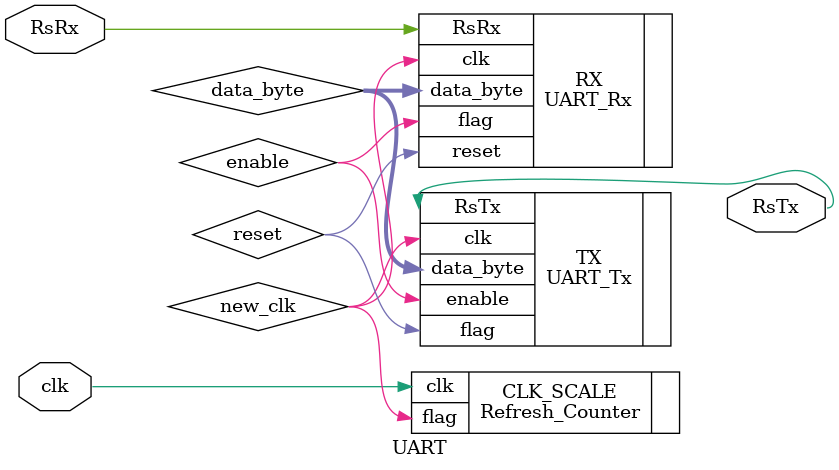
<source format=v>
`timescale 1ns / 1ps


module UART(
    input clk,
    input RsRx,
    output RsTx
    );
    wire enable, reset;
    wire [7:0] data_byte;
    wire new_clk;
    Refresh_Counter #(.WL(14),.MAX(10416-1)) CLK_SCALE (.clk(clk),.flag(new_clk));
    UART_Rx RX (.clk(new_clk),.reset(reset),.RsRx(RsRx),.flag(enable),.data_byte(data_byte));
    UART_Tx TX (.clk(new_clk),.enable(enable),.data_byte(data_byte),.RsTx(RsTx),.flag(reset));
endmodule

</source>
